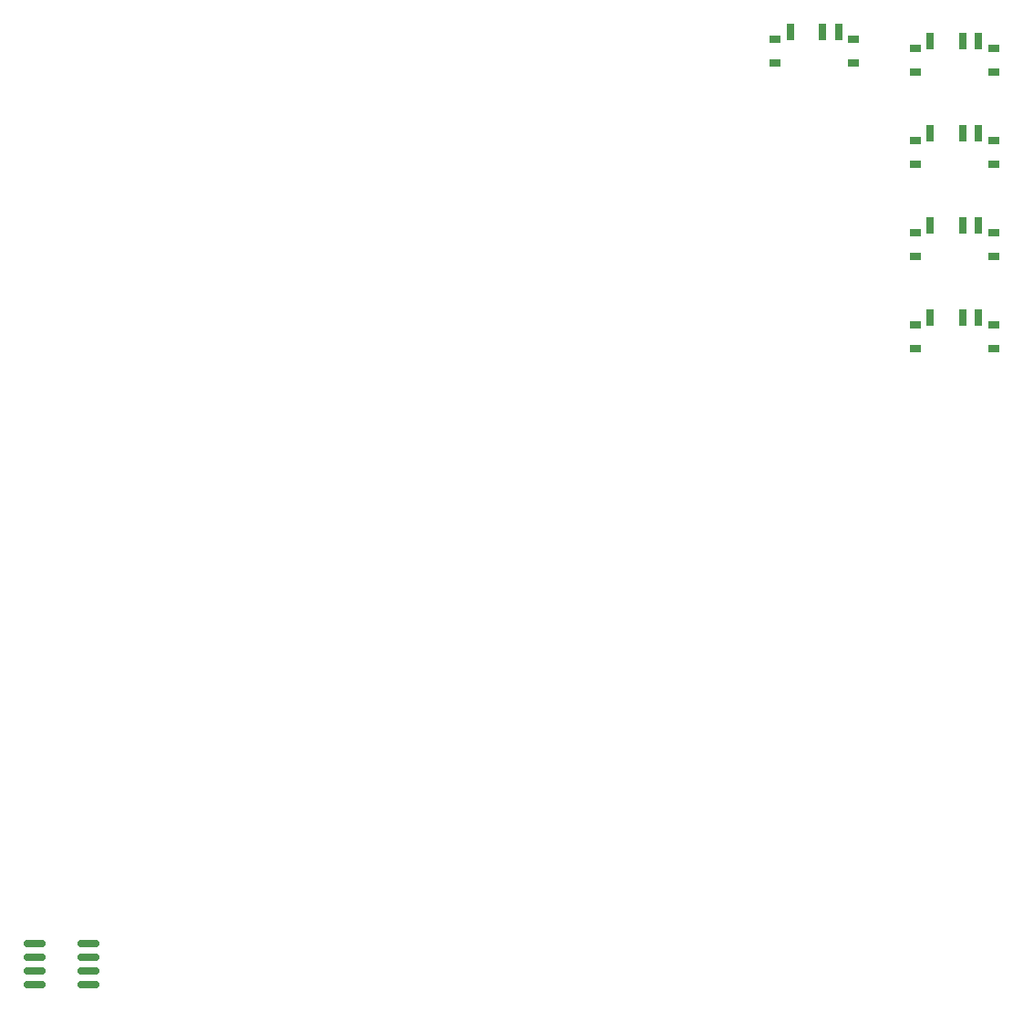
<source format=gbr>
%TF.GenerationSoftware,KiCad,Pcbnew,9.0.0*%
%TF.CreationDate,2025-04-01T09:44:25+05:30*%
%TF.ProjectId,DSD_Project,4453445f-5072-46f6-9a65-63742e6b6963,rev?*%
%TF.SameCoordinates,Original*%
%TF.FileFunction,Paste,Top*%
%TF.FilePolarity,Positive*%
%FSLAX46Y46*%
G04 Gerber Fmt 4.6, Leading zero omitted, Abs format (unit mm)*
G04 Created by KiCad (PCBNEW 9.0.0) date 2025-04-01 09:44:25*
%MOMM*%
%LPD*%
G01*
G04 APERTURE LIST*
G04 Aperture macros list*
%AMRoundRect*
0 Rectangle with rounded corners*
0 $1 Rounding radius*
0 $2 $3 $4 $5 $6 $7 $8 $9 X,Y pos of 4 corners*
0 Add a 4 corners polygon primitive as box body*
4,1,4,$2,$3,$4,$5,$6,$7,$8,$9,$2,$3,0*
0 Add four circle primitives for the rounded corners*
1,1,$1+$1,$2,$3*
1,1,$1+$1,$4,$5*
1,1,$1+$1,$6,$7*
1,1,$1+$1,$8,$9*
0 Add four rect primitives between the rounded corners*
20,1,$1+$1,$2,$3,$4,$5,0*
20,1,$1+$1,$4,$5,$6,$7,0*
20,1,$1+$1,$6,$7,$8,$9,0*
20,1,$1+$1,$8,$9,$2,$3,0*%
G04 Aperture macros list end*
%ADD10RoundRect,0.150000X-0.825000X-0.150000X0.825000X-0.150000X0.825000X0.150000X-0.825000X0.150000X0*%
%ADD11R,1.000000X0.800000*%
%ADD12R,0.700000X1.500000*%
G04 APERTURE END LIST*
D10*
%TO.C,U40*%
X74105000Y-132985000D03*
X74105000Y-134255000D03*
X74105000Y-135525000D03*
X74105000Y-136795000D03*
X79055000Y-136795000D03*
X79055000Y-135525000D03*
X79055000Y-134255000D03*
X79055000Y-132985000D03*
%TD*%
D11*
%TO.C,D_Preset1*%
X155850000Y-58440000D03*
X155850000Y-60650000D03*
X163150000Y-58440000D03*
X163150000Y-60650000D03*
D12*
X157250000Y-57790000D03*
X160250000Y-57790000D03*
X161750000Y-57790000D03*
%TD*%
D11*
%TO.C,D_Clear1*%
X155850000Y-49890000D03*
X155850000Y-52100000D03*
X163150000Y-49890000D03*
X163150000Y-52100000D03*
D12*
X157250000Y-49240000D03*
X160250000Y-49240000D03*
X161750000Y-49240000D03*
%TD*%
D11*
%TO.C,T_Preset1*%
X155850000Y-75540000D03*
X155850000Y-77750000D03*
X163150000Y-75540000D03*
X163150000Y-77750000D03*
D12*
X157250000Y-74890000D03*
X160250000Y-74890000D03*
X161750000Y-74890000D03*
%TD*%
D11*
%TO.C,T_Clear1*%
X155850000Y-66990000D03*
X155850000Y-69200000D03*
X163150000Y-66990000D03*
X163150000Y-69200000D03*
D12*
X157250000Y-66340000D03*
X160250000Y-66340000D03*
X161750000Y-66340000D03*
%TD*%
D11*
%TO.C,buckEn1*%
X142850000Y-49050000D03*
X142850000Y-51260000D03*
X150150000Y-49050000D03*
X150150000Y-51260000D03*
D12*
X144250000Y-48400000D03*
X147250000Y-48400000D03*
X148750000Y-48400000D03*
%TD*%
M02*

</source>
